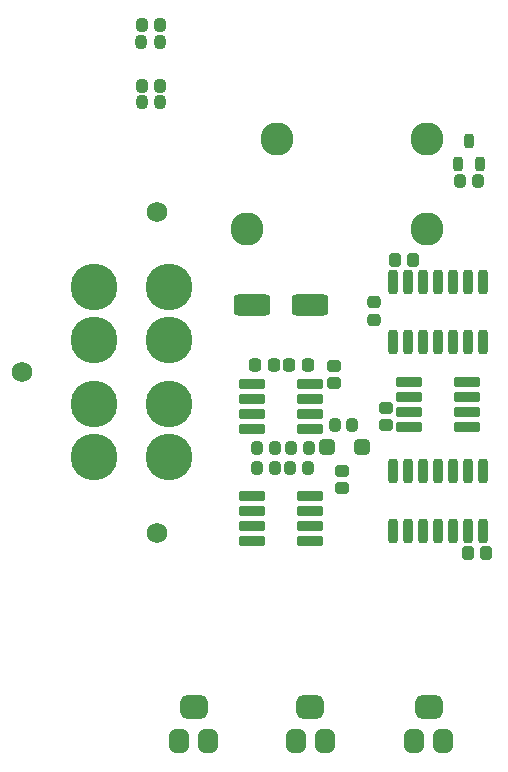
<source format=gts>
G04*
G04 #@! TF.GenerationSoftware,Altium Limited,Altium Designer,20.2.5 (213)*
G04*
G04 Layer_Color=8388736*
%FSLAX25Y25*%
%MOIN*%
G70*
G04*
G04 #@! TF.SameCoordinates,E7457EF0-435F-4A9A-9950-3147239DC6E2*
G04*
G04*
G04 #@! TF.FilePolarity,Negative*
G04*
G01*
G75*
G04:AMPARAMS|DCode=24|XSize=42.25mil|YSize=46.19mil|CornerRadius=12.73mil|HoleSize=0mil|Usage=FLASHONLY|Rotation=180.000|XOffset=0mil|YOffset=0mil|HoleType=Round|Shape=RoundedRectangle|*
%AMROUNDEDRECTD24*
21,1,0.04225,0.02072,0,0,180.0*
21,1,0.01678,0.04619,0,0,180.0*
1,1,0.02547,-0.00839,0.01036*
1,1,0.02547,0.00839,0.01036*
1,1,0.02547,0.00839,-0.01036*
1,1,0.02547,-0.00839,-0.01036*
%
%ADD24ROUNDEDRECTD24*%
G04:AMPARAMS|DCode=25|XSize=42.25mil|YSize=46.19mil|CornerRadius=12.73mil|HoleSize=0mil|Usage=FLASHONLY|Rotation=270.000|XOffset=0mil|YOffset=0mil|HoleType=Round|Shape=RoundedRectangle|*
%AMROUNDEDRECTD25*
21,1,0.04225,0.02072,0,0,270.0*
21,1,0.01678,0.04619,0,0,270.0*
1,1,0.02547,-0.01036,-0.00839*
1,1,0.02547,-0.01036,0.00839*
1,1,0.02547,0.01036,0.00839*
1,1,0.02547,0.01036,-0.00839*
%
%ADD25ROUNDEDRECTD25*%
G04:AMPARAMS|DCode=26|XSize=89.5mil|YSize=33.98mil|CornerRadius=10.76mil|HoleSize=0mil|Usage=FLASHONLY|Rotation=180.000|XOffset=0mil|YOffset=0mil|HoleType=Round|Shape=RoundedRectangle|*
%AMROUNDEDRECTD26*
21,1,0.08950,0.01247,0,0,180.0*
21,1,0.06798,0.03398,0,0,180.0*
1,1,0.02151,-0.03399,0.00624*
1,1,0.02151,0.03399,0.00624*
1,1,0.02151,0.03399,-0.00624*
1,1,0.02151,-0.03399,-0.00624*
%
%ADD26ROUNDEDRECTD26*%
G04:AMPARAMS|DCode=27|XSize=80.83mil|YSize=33.59mil|CornerRadius=10.27mil|HoleSize=0mil|Usage=FLASHONLY|Rotation=90.000|XOffset=0mil|YOffset=0mil|HoleType=Round|Shape=RoundedRectangle|*
%AMROUNDEDRECTD27*
21,1,0.08083,0.01305,0,0,90.0*
21,1,0.06030,0.03359,0,0,90.0*
1,1,0.02054,0.00653,0.03015*
1,1,0.02054,0.00653,-0.03015*
1,1,0.02054,-0.00653,-0.03015*
1,1,0.02054,-0.00653,0.03015*
%
%ADD27ROUNDEDRECTD27*%
G04:AMPARAMS|DCode=28|XSize=77.69mil|YSize=91.86mil|CornerRadius=21.42mil|HoleSize=0mil|Usage=FLASHONLY|Rotation=90.000|XOffset=0mil|YOffset=0mil|HoleType=Round|Shape=RoundedRectangle|*
%AMROUNDEDRECTD28*
21,1,0.07769,0.04902,0,0,90.0*
21,1,0.03484,0.09186,0,0,90.0*
1,1,0.04284,0.02451,0.01742*
1,1,0.04284,0.02451,-0.01742*
1,1,0.04284,-0.02451,-0.01742*
1,1,0.04284,-0.02451,0.01742*
%
%ADD28ROUNDEDRECTD28*%
G04:AMPARAMS|DCode=29|XSize=77.69mil|YSize=64.3mil|CornerRadius=18.08mil|HoleSize=0mil|Usage=FLASHONLY|Rotation=270.000|XOffset=0mil|YOffset=0mil|HoleType=Round|Shape=RoundedRectangle|*
%AMROUNDEDRECTD29*
21,1,0.07769,0.02815,0,0,270.0*
21,1,0.04153,0.06430,0,0,270.0*
1,1,0.03615,-0.01408,-0.02077*
1,1,0.03615,-0.01408,0.02077*
1,1,0.03615,0.01408,0.02077*
1,1,0.03615,0.01408,-0.02077*
%
%ADD29ROUNDEDRECTD29*%
G04:AMPARAMS|DCode=30|XSize=40.28mil|YSize=44.61mil|CornerRadius=12.23mil|HoleSize=0mil|Usage=FLASHONLY|Rotation=180.000|XOffset=0mil|YOffset=0mil|HoleType=Round|Shape=RoundedRectangle|*
%AMROUNDEDRECTD30*
21,1,0.04028,0.02015,0,0,180.0*
21,1,0.01582,0.04461,0,0,180.0*
1,1,0.02447,-0.00791,0.01007*
1,1,0.02447,0.00791,0.01007*
1,1,0.02447,0.00791,-0.01007*
1,1,0.02447,-0.00791,-0.01007*
%
%ADD30ROUNDEDRECTD30*%
G04:AMPARAMS|DCode=31|XSize=41.07mil|YSize=44.61mil|CornerRadius=12.27mil|HoleSize=0mil|Usage=FLASHONLY|Rotation=0.000|XOffset=0mil|YOffset=0mil|HoleType=Round|Shape=RoundedRectangle|*
%AMROUNDEDRECTD31*
21,1,0.04107,0.02008,0,0,0.0*
21,1,0.01654,0.04461,0,0,0.0*
1,1,0.02454,0.00827,-0.01004*
1,1,0.02454,-0.00827,-0.01004*
1,1,0.02454,-0.00827,0.01004*
1,1,0.02454,0.00827,0.01004*
%
%ADD31ROUNDEDRECTD31*%
G04:AMPARAMS|DCode=32|XSize=40.28mil|YSize=44.61mil|CornerRadius=12.23mil|HoleSize=0mil|Usage=FLASHONLY|Rotation=270.000|XOffset=0mil|YOffset=0mil|HoleType=Round|Shape=RoundedRectangle|*
%AMROUNDEDRECTD32*
21,1,0.04028,0.02015,0,0,270.0*
21,1,0.01582,0.04461,0,0,270.0*
1,1,0.02447,-0.01007,-0.00791*
1,1,0.02447,-0.01007,0.00791*
1,1,0.02447,0.01007,0.00791*
1,1,0.02447,0.01007,-0.00791*
%
%ADD32ROUNDEDRECTD32*%
G04:AMPARAMS|DCode=33|XSize=47.76mil|YSize=32.02mil|CornerRadius=9.88mil|HoleSize=0mil|Usage=FLASHONLY|Rotation=90.000|XOffset=0mil|YOffset=0mil|HoleType=Round|Shape=RoundedRectangle|*
%AMROUNDEDRECTD33*
21,1,0.04776,0.01225,0,0,90.0*
21,1,0.02800,0.03202,0,0,90.0*
1,1,0.01977,0.00612,0.01400*
1,1,0.01977,0.00612,-0.01400*
1,1,0.01977,-0.00612,-0.01400*
1,1,0.01977,-0.00612,0.01400*
%
%ADD33ROUNDEDRECTD33*%
G04:AMPARAMS|DCode=34|XSize=37.13mil|YSize=44.61mil|CornerRadius=11.43mil|HoleSize=0mil|Usage=FLASHONLY|Rotation=0.000|XOffset=0mil|YOffset=0mil|HoleType=Round|Shape=RoundedRectangle|*
%AMROUNDEDRECTD34*
21,1,0.03713,0.02176,0,0,0.0*
21,1,0.01428,0.04461,0,0,0.0*
1,1,0.02286,0.00714,-0.01088*
1,1,0.02286,-0.00714,-0.01088*
1,1,0.02286,-0.00714,0.01088*
1,1,0.02286,0.00714,0.01088*
%
%ADD34ROUNDEDRECTD34*%
G04:AMPARAMS|DCode=35|XSize=122.96mil|YSize=70.21mil|CornerRadius=13.95mil|HoleSize=0mil|Usage=FLASHONLY|Rotation=180.000|XOffset=0mil|YOffset=0mil|HoleType=Round|Shape=RoundedRectangle|*
%AMROUNDEDRECTD35*
21,1,0.12296,0.04230,0,0,180.0*
21,1,0.09506,0.07021,0,0,180.0*
1,1,0.02791,-0.04753,0.02115*
1,1,0.02791,0.04753,0.02115*
1,1,0.02791,0.04753,-0.02115*
1,1,0.02791,-0.04753,-0.02115*
%
%ADD35ROUNDEDRECTD35*%
G04:AMPARAMS|DCode=36|XSize=54.06mil|YSize=51.7mil|CornerRadius=13.83mil|HoleSize=0mil|Usage=FLASHONLY|Rotation=0.000|XOffset=0mil|YOffset=0mil|HoleType=Round|Shape=RoundedRectangle|*
%AMROUNDEDRECTD36*
21,1,0.05406,0.02404,0,0,0.0*
21,1,0.02640,0.05170,0,0,0.0*
1,1,0.02766,0.01320,-0.01202*
1,1,0.02766,-0.01320,-0.01202*
1,1,0.02766,-0.01320,0.01202*
1,1,0.02766,0.01320,0.01202*
%
%ADD36ROUNDEDRECTD36*%
%ADD37C,0.11036*%
%ADD38C,0.15603*%
%ADD39C,0.06800*%
D24*
X123425Y100394D02*
D03*
X129331D02*
D03*
X147835Y2559D02*
D03*
X153740D02*
D03*
D25*
X105905Y24213D02*
D03*
Y30118D02*
D03*
X103150Y59252D02*
D03*
Y65158D02*
D03*
X120472Y51161D02*
D03*
Y45256D02*
D03*
D26*
X75906Y21673D02*
D03*
Y16673D02*
D03*
Y11673D02*
D03*
Y6673D02*
D03*
X94961D02*
D03*
Y11673D02*
D03*
Y16673D02*
D03*
Y21673D02*
D03*
Y59075D02*
D03*
Y54075D02*
D03*
Y49075D02*
D03*
Y44075D02*
D03*
X75906D02*
D03*
Y49075D02*
D03*
Y54075D02*
D03*
Y59075D02*
D03*
X128268Y44862D02*
D03*
Y49862D02*
D03*
Y54862D02*
D03*
Y59862D02*
D03*
X147323D02*
D03*
Y54862D02*
D03*
Y49862D02*
D03*
Y44862D02*
D03*
D27*
X152913Y29921D02*
D03*
X147913D02*
D03*
X142913D02*
D03*
X137913D02*
D03*
X132913D02*
D03*
X127913D02*
D03*
X122913D02*
D03*
Y9961D02*
D03*
X127913D02*
D03*
X132913D02*
D03*
X137913D02*
D03*
X142913D02*
D03*
X147913D02*
D03*
X152913D02*
D03*
X122795Y93051D02*
D03*
X127795D02*
D03*
X132795D02*
D03*
X137795D02*
D03*
X142795D02*
D03*
X147795D02*
D03*
X152795D02*
D03*
Y73091D02*
D03*
X147795D02*
D03*
X142795D02*
D03*
X137795D02*
D03*
X132795D02*
D03*
X127795D02*
D03*
X122795D02*
D03*
D28*
X56299Y-48622D02*
D03*
X134646D02*
D03*
X95276D02*
D03*
D29*
X61221Y-60039D02*
D03*
X51378D02*
D03*
X139567D02*
D03*
X129724D02*
D03*
X90354D02*
D03*
X100197D02*
D03*
D30*
X39154Y158386D02*
D03*
X45098D02*
D03*
X145059Y126772D02*
D03*
X151004D02*
D03*
X77342Y37795D02*
D03*
X83287D02*
D03*
X39016Y178661D02*
D03*
X44961D02*
D03*
X94311Y31102D02*
D03*
X88366D02*
D03*
X94705Y37795D02*
D03*
X88760D02*
D03*
X83287Y31102D02*
D03*
X77342D02*
D03*
X109272Y45276D02*
D03*
X103327D02*
D03*
D31*
X83031Y65354D02*
D03*
X76811D02*
D03*
X94449D02*
D03*
X88228D02*
D03*
D32*
X116535Y80492D02*
D03*
Y86437D02*
D03*
D33*
X148031Y139980D02*
D03*
X151772Y132461D02*
D03*
X144291D02*
D03*
D34*
X45256Y152874D02*
D03*
X38996D02*
D03*
X45118Y173150D02*
D03*
X38858D02*
D03*
D35*
X75787Y85433D02*
D03*
X95079D02*
D03*
D36*
X112598Y38189D02*
D03*
X100787D02*
D03*
D37*
X134252Y140551D02*
D03*
Y110630D02*
D03*
X74252D02*
D03*
X84252Y140551D02*
D03*
D38*
X48228Y34744D02*
D03*
Y52244D02*
D03*
Y73740D02*
D03*
Y91240D02*
D03*
X23228D02*
D03*
Y73740D02*
D03*
Y52244D02*
D03*
Y34744D02*
D03*
D39*
X-787Y62992D02*
D03*
X44213Y116496D02*
D03*
Y9488D02*
D03*
M02*

</source>
